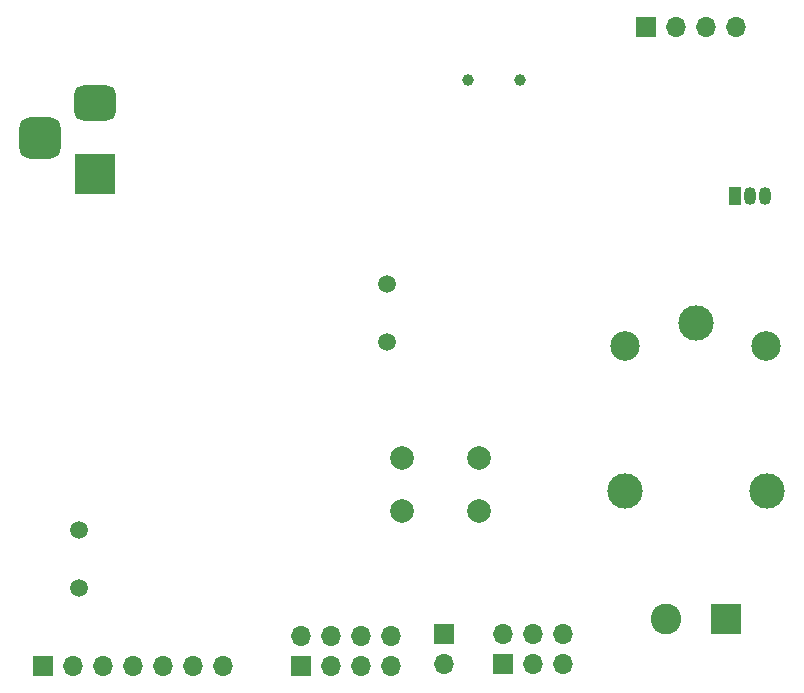
<source format=gbr>
%TF.GenerationSoftware,KiCad,Pcbnew,(6.0.5)*%
%TF.CreationDate,2022-09-16T11:29:29+05:30*%
%TF.ProjectId,wifi-module,77696669-2d6d-46f6-9475-6c652e6b6963,rev?*%
%TF.SameCoordinates,Original*%
%TF.FileFunction,Soldermask,Bot*%
%TF.FilePolarity,Negative*%
%FSLAX46Y46*%
G04 Gerber Fmt 4.6, Leading zero omitted, Abs format (unit mm)*
G04 Created by KiCad (PCBNEW (6.0.5)) date 2022-09-16 11:29:29*
%MOMM*%
%LPD*%
G01*
G04 APERTURE LIST*
G04 Aperture macros list*
%AMRoundRect*
0 Rectangle with rounded corners*
0 $1 Rounding radius*
0 $2 $3 $4 $5 $6 $7 $8 $9 X,Y pos of 4 corners*
0 Add a 4 corners polygon primitive as box body*
4,1,4,$2,$3,$4,$5,$6,$7,$8,$9,$2,$3,0*
0 Add four circle primitives for the rounded corners*
1,1,$1+$1,$2,$3*
1,1,$1+$1,$4,$5*
1,1,$1+$1,$6,$7*
1,1,$1+$1,$8,$9*
0 Add four rect primitives between the rounded corners*
20,1,$1+$1,$2,$3,$4,$5,0*
20,1,$1+$1,$4,$5,$6,$7,0*
20,1,$1+$1,$6,$7,$8,$9,0*
20,1,$1+$1,$8,$9,$2,$3,0*%
G04 Aperture macros list end*
%ADD10R,1.050000X1.500000*%
%ADD11O,1.050000X1.500000*%
%ADD12C,3.000000*%
%ADD13C,2.500000*%
%ADD14C,2.000000*%
%ADD15R,3.500000X3.500000*%
%ADD16RoundRect,0.750000X-1.000000X0.750000X-1.000000X-0.750000X1.000000X-0.750000X1.000000X0.750000X0*%
%ADD17RoundRect,0.875000X-0.875000X0.875000X-0.875000X-0.875000X0.875000X-0.875000X0.875000X0.875000X0*%
%ADD18C,1.500000*%
%ADD19R,1.700000X1.700000*%
%ADD20O,1.700000X1.700000*%
%ADD21C,1.000000*%
%ADD22C,2.600000*%
%ADD23R,2.600000X2.600000*%
G04 APERTURE END LIST*
D10*
%TO.C,Q1*%
X132040000Y-65650000D03*
D11*
X133310000Y-65650000D03*
X134580000Y-65650000D03*
%TD*%
D12*
%TO.C,K1*%
X128710000Y-76460000D03*
D13*
X122660000Y-78410000D03*
D12*
X122660000Y-90610000D03*
X134710000Y-90660000D03*
D13*
X134660000Y-78410000D03*
%TD*%
D14*
%TO.C,SW1*%
X110310000Y-87820000D03*
X103810000Y-87820000D03*
X110310000Y-92320000D03*
X103810000Y-92320000D03*
%TD*%
D15*
%TO.C,J4*%
X77847500Y-63780000D03*
D16*
X77847500Y-57780000D03*
D17*
X73147500Y-60780000D03*
%TD*%
D18*
%TO.C,Y1*%
X76450000Y-98830000D03*
X76450000Y-93950000D03*
%TD*%
D19*
%TO.C,J7*%
X95280000Y-105500000D03*
D20*
X95280000Y-102960000D03*
X97820000Y-105500000D03*
X97820000Y-102960000D03*
X100360000Y-105500000D03*
X100360000Y-102960000D03*
X102900000Y-105500000D03*
X102900000Y-102960000D03*
%TD*%
D19*
%TO.C,J2*%
X107410000Y-102765000D03*
D20*
X107410000Y-105305000D03*
%TD*%
D19*
%TO.C,J3*%
X73445000Y-105500000D03*
D20*
X75985000Y-105500000D03*
X78525000Y-105500000D03*
X81065000Y-105500000D03*
X83605000Y-105500000D03*
X86145000Y-105500000D03*
X88685000Y-105500000D03*
%TD*%
D18*
%TO.C,Y2*%
X102510000Y-78010000D03*
X102510000Y-73130000D03*
%TD*%
D21*
%TO.C,J6*%
X113770000Y-55825000D03*
X109370000Y-55825000D03*
%TD*%
D22*
%TO.C,J8*%
X126195000Y-101465000D03*
D23*
X131275000Y-101465000D03*
%TD*%
D19*
%TO.C,J1*%
X124460000Y-51330000D03*
D20*
X127000000Y-51330000D03*
X129540000Y-51330000D03*
X132080000Y-51330000D03*
%TD*%
D19*
%TO.C,J5*%
X112375000Y-105265000D03*
D20*
X112375000Y-102725000D03*
X114915000Y-105265000D03*
X114915000Y-102725000D03*
X117455000Y-105265000D03*
X117455000Y-102725000D03*
%TD*%
M02*

</source>
